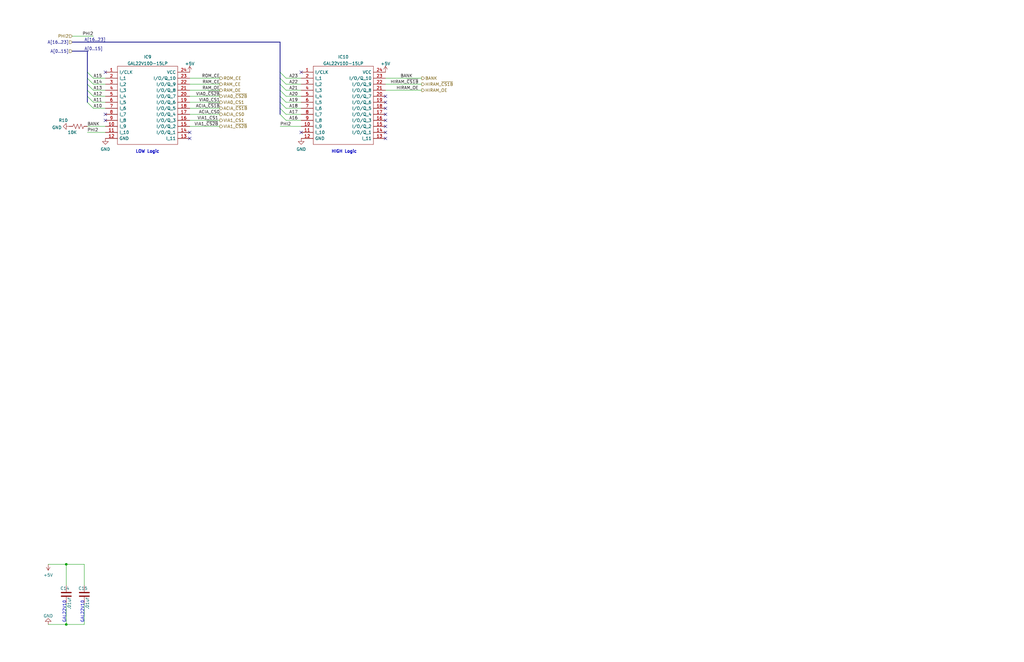
<source format=kicad_sch>
(kicad_sch (version 20211123) (generator eeschema)

  (uuid a05043c2-f08e-413a-b628-8615d105d44e)

  (paper "USLedger")

  (title_block
    (title "NS65816 Address Decoding")
    (date "2022-02-09")
    (rev "0.0")
    (comment 2 "Licensed under CERN-OHL-W v2")
    (comment 3 "https://github.com/Chef-Tom/NS65816")
    (comment 4 "Thomas Mottl")
  )

  (lib_symbols
    (symbol "Device:C" (pin_numbers hide) (pin_names (offset 0.254)) (in_bom yes) (on_board yes)
      (property "Reference" "C" (id 0) (at 0.635 2.54 0)
        (effects (font (size 1.27 1.27)) (justify left))
      )
      (property "Value" "C" (id 1) (at 0.635 -2.54 0)
        (effects (font (size 1.27 1.27)) (justify left))
      )
      (property "Footprint" "" (id 2) (at 0.9652 -3.81 0)
        (effects (font (size 1.27 1.27)) hide)
      )
      (property "Datasheet" "~" (id 3) (at 0 0 0)
        (effects (font (size 1.27 1.27)) hide)
      )
      (property "ki_keywords" "cap capacitor" (id 4) (at 0 0 0)
        (effects (font (size 1.27 1.27)) hide)
      )
      (property "ki_description" "Unpolarized capacitor" (id 5) (at 0 0 0)
        (effects (font (size 1.27 1.27)) hide)
      )
      (property "ki_fp_filters" "C_*" (id 6) (at 0 0 0)
        (effects (font (size 1.27 1.27)) hide)
      )
      (symbol "C_0_1"
        (polyline
          (pts
            (xy -2.032 -0.762)
            (xy 2.032 -0.762)
          )
          (stroke (width 0.508) (type default) (color 0 0 0 0))
          (fill (type none))
        )
        (polyline
          (pts
            (xy -2.032 0.762)
            (xy 2.032 0.762)
          )
          (stroke (width 0.508) (type default) (color 0 0 0 0))
          (fill (type none))
        )
      )
      (symbol "C_1_1"
        (pin passive line (at 0 3.81 270) (length 2.794)
          (name "~" (effects (font (size 1.27 1.27))))
          (number "1" (effects (font (size 1.27 1.27))))
        )
        (pin passive line (at 0 -3.81 90) (length 2.794)
          (name "~" (effects (font (size 1.27 1.27))))
          (number "2" (effects (font (size 1.27 1.27))))
        )
      )
    )
    (symbol "Device:R_US" (pin_numbers hide) (pin_names (offset 0)) (in_bom yes) (on_board yes)
      (property "Reference" "R" (id 0) (at 2.54 0 90)
        (effects (font (size 1.27 1.27)))
      )
      (property "Value" "R_US" (id 1) (at -2.54 0 90)
        (effects (font (size 1.27 1.27)))
      )
      (property "Footprint" "" (id 2) (at 1.016 -0.254 90)
        (effects (font (size 1.27 1.27)) hide)
      )
      (property "Datasheet" "~" (id 3) (at 0 0 0)
        (effects (font (size 1.27 1.27)) hide)
      )
      (property "ki_keywords" "R res resistor" (id 4) (at 0 0 0)
        (effects (font (size 1.27 1.27)) hide)
      )
      (property "ki_description" "Resistor, US symbol" (id 5) (at 0 0 0)
        (effects (font (size 1.27 1.27)) hide)
      )
      (property "ki_fp_filters" "R_*" (id 6) (at 0 0 0)
        (effects (font (size 1.27 1.27)) hide)
      )
      (symbol "R_US_0_1"
        (polyline
          (pts
            (xy 0 -2.286)
            (xy 0 -2.54)
          )
          (stroke (width 0) (type default) (color 0 0 0 0))
          (fill (type none))
        )
        (polyline
          (pts
            (xy 0 2.286)
            (xy 0 2.54)
          )
          (stroke (width 0) (type default) (color 0 0 0 0))
          (fill (type none))
        )
        (polyline
          (pts
            (xy 0 -0.762)
            (xy 1.016 -1.143)
            (xy 0 -1.524)
            (xy -1.016 -1.905)
            (xy 0 -2.286)
          )
          (stroke (width 0) (type default) (color 0 0 0 0))
          (fill (type none))
        )
        (polyline
          (pts
            (xy 0 0.762)
            (xy 1.016 0.381)
            (xy 0 0)
            (xy -1.016 -0.381)
            (xy 0 -0.762)
          )
          (stroke (width 0) (type default) (color 0 0 0 0))
          (fill (type none))
        )
        (polyline
          (pts
            (xy 0 2.286)
            (xy 1.016 1.905)
            (xy 0 1.524)
            (xy -1.016 1.143)
            (xy 0 0.762)
          )
          (stroke (width 0) (type default) (color 0 0 0 0))
          (fill (type none))
        )
      )
      (symbol "R_US_1_1"
        (pin passive line (at 0 3.81 270) (length 1.27)
          (name "~" (effects (font (size 1.27 1.27))))
          (number "1" (effects (font (size 1.27 1.27))))
        )
        (pin passive line (at 0 -3.81 90) (length 1.27)
          (name "~" (effects (font (size 1.27 1.27))))
          (number "2" (effects (font (size 1.27 1.27))))
        )
      )
    )
    (symbol "SamacSys_Parts:GAL22V10D-15LP" (pin_names (offset 0.762)) (in_bom yes) (on_board yes)
      (property "Reference" "IC" (id 0) (at 31.75 7.62 0)
        (effects (font (size 1.27 1.27)) (justify left))
      )
      (property "Value" "GAL22V10D-15LP" (id 1) (at 31.75 5.08 0)
        (effects (font (size 1.27 1.27)) (justify left))
      )
      (property "Footprint" "DIP794W56P254L3188H533Q24N" (id 2) (at 31.75 2.54 0)
        (effects (font (size 1.27 1.27)) (justify left) hide)
      )
      (property "Datasheet" "https://docs.rs-online.com/117e/0900766b80111a4e.pdf" (id 3) (at 31.75 0 0)
        (effects (font (size 1.27 1.27)) (justify left) hide)
      )
      (property "Description" "IC CPLD 10MC 15NS 24DIP" (id 4) (at 31.75 -2.54 0)
        (effects (font (size 1.27 1.27)) (justify left) hide)
      )
      (property "Height" "5.334" (id 5) (at 31.75 -5.08 0)
        (effects (font (size 1.27 1.27)) (justify left) hide)
      )
      (property "Manufacturer_Name" "Lattice Semiconductor" (id 6) (at 31.75 -7.62 0)
        (effects (font (size 1.27 1.27)) (justify left) hide)
      )
      (property "Manufacturer_Part_Number" "GAL22V10D-15LP" (id 7) (at 31.75 -10.16 0)
        (effects (font (size 1.27 1.27)) (justify left) hide)
      )
      (property "Mouser Part Number" "842-GAL22V10D15LP" (id 8) (at 31.75 -12.7 0)
        (effects (font (size 1.27 1.27)) (justify left) hide)
      )
      (property "Mouser Price/Stock" "https://www.mouser.co.uk/ProductDetail/Lattice/GAL22V10D-15LP?qs=Cw7xg%2FZsW8lzR%252B5XUBhuHA%3D%3D" (id 9) (at 31.75 -15.24 0)
        (effects (font (size 1.27 1.27)) (justify left) hide)
      )
      (property "Arrow Part Number" "" (id 10) (at 31.75 -17.78 0)
        (effects (font (size 1.27 1.27)) (justify left) hide)
      )
      (property "Arrow Price/Stock" "" (id 11) (at 31.75 -20.32 0)
        (effects (font (size 1.27 1.27)) (justify left) hide)
      )
      (property "ki_description" "IC CPLD 10MC 15NS 24DIP" (id 12) (at 0 0 0)
        (effects (font (size 1.27 1.27)) hide)
      )
      (symbol "GAL22V10D-15LP_0_0"
        (pin passive line (at 0 0 0) (length 5.08)
          (name "I/CLK" (effects (font (size 1.27 1.27))))
          (number "1" (effects (font (size 1.27 1.27))))
        )
        (pin passive line (at 0 -22.86 0) (length 5.08)
          (name "I_9" (effects (font (size 1.27 1.27))))
          (number "10" (effects (font (size 1.27 1.27))))
        )
        (pin passive line (at 0 -25.4 0) (length 5.08)
          (name "I_10" (effects (font (size 1.27 1.27))))
          (number "11" (effects (font (size 1.27 1.27))))
        )
        (pin passive line (at 0 -27.94 0) (length 5.08)
          (name "GND" (effects (font (size 1.27 1.27))))
          (number "12" (effects (font (size 1.27 1.27))))
        )
        (pin passive line (at 35.56 -27.94 180) (length 5.08)
          (name "I_11" (effects (font (size 1.27 1.27))))
          (number "13" (effects (font (size 1.27 1.27))))
        )
        (pin passive line (at 35.56 -25.4 180) (length 5.08)
          (name "I/O/Q_1" (effects (font (size 1.27 1.27))))
          (number "14" (effects (font (size 1.27 1.27))))
        )
        (pin passive line (at 35.56 -22.86 180) (length 5.08)
          (name "I/O/Q_2" (effects (font (size 1.27 1.27))))
          (number "15" (effects (font (size 1.27 1.27))))
        )
        (pin passive line (at 35.56 -20.32 180) (length 5.08)
          (name "I/O/Q_3" (effects (font (size 1.27 1.27))))
          (number "16" (effects (font (size 1.27 1.27))))
        )
        (pin passive line (at 35.56 -17.78 180) (length 5.08)
          (name "I/O/Q_4" (effects (font (size 1.27 1.27))))
          (number "17" (effects (font (size 1.27 1.27))))
        )
        (pin passive line (at 35.56 -15.24 180) (length 5.08)
          (name "I/O/Q_5" (effects (font (size 1.27 1.27))))
          (number "18" (effects (font (size 1.27 1.27))))
        )
        (pin passive line (at 35.56 -12.7 180) (length 5.08)
          (name "I/O/Q_6" (effects (font (size 1.27 1.27))))
          (number "19" (effects (font (size 1.27 1.27))))
        )
        (pin passive line (at 0 -2.54 0) (length 5.08)
          (name "I_1" (effects (font (size 1.27 1.27))))
          (number "2" (effects (font (size 1.27 1.27))))
        )
        (pin passive line (at 35.56 -10.16 180) (length 5.08)
          (name "I/O/Q_7" (effects (font (size 1.27 1.27))))
          (number "20" (effects (font (size 1.27 1.27))))
        )
        (pin passive line (at 35.56 -7.62 180) (length 5.08)
          (name "I/O/Q_8" (effects (font (size 1.27 1.27))))
          (number "21" (effects (font (size 1.27 1.27))))
        )
        (pin passive line (at 35.56 -5.08 180) (length 5.08)
          (name "I/O/Q_9" (effects (font (size 1.27 1.27))))
          (number "22" (effects (font (size 1.27 1.27))))
        )
        (pin passive line (at 35.56 -2.54 180) (length 5.08)
          (name "I/O/Q_10" (effects (font (size 1.27 1.27))))
          (number "23" (effects (font (size 1.27 1.27))))
        )
        (pin passive line (at 35.56 0 180) (length 5.08)
          (name "VCC" (effects (font (size 1.27 1.27))))
          (number "24" (effects (font (size 1.27 1.27))))
        )
        (pin passive line (at 0 -5.08 0) (length 5.08)
          (name "I_2" (effects (font (size 1.27 1.27))))
          (number "3" (effects (font (size 1.27 1.27))))
        )
        (pin passive line (at 0 -7.62 0) (length 5.08)
          (name "I_3" (effects (font (size 1.27 1.27))))
          (number "4" (effects (font (size 1.27 1.27))))
        )
        (pin passive line (at 0 -10.16 0) (length 5.08)
          (name "I_4" (effects (font (size 1.27 1.27))))
          (number "5" (effects (font (size 1.27 1.27))))
        )
        (pin passive line (at 0 -12.7 0) (length 5.08)
          (name "I_5" (effects (font (size 1.27 1.27))))
          (number "6" (effects (font (size 1.27 1.27))))
        )
        (pin passive line (at 0 -15.24 0) (length 5.08)
          (name "I_6" (effects (font (size 1.27 1.27))))
          (number "7" (effects (font (size 1.27 1.27))))
        )
        (pin passive line (at 0 -17.78 0) (length 5.08)
          (name "I_7" (effects (font (size 1.27 1.27))))
          (number "8" (effects (font (size 1.27 1.27))))
        )
        (pin passive line (at 0 -20.32 0) (length 5.08)
          (name "I_8" (effects (font (size 1.27 1.27))))
          (number "9" (effects (font (size 1.27 1.27))))
        )
      )
      (symbol "GAL22V10D-15LP_0_1"
        (polyline
          (pts
            (xy 5.08 2.54)
            (xy 30.48 2.54)
            (xy 30.48 -30.48)
            (xy 5.08 -30.48)
            (xy 5.08 2.54)
          )
          (stroke (width 0.1524) (type default) (color 0 0 0 0))
          (fill (type none))
        )
      )
    )
    (symbol "power:+5V" (power) (pin_names (offset 0)) (in_bom yes) (on_board yes)
      (property "Reference" "#PWR" (id 0) (at 0 -3.81 0)
        (effects (font (size 1.27 1.27)) hide)
      )
      (property "Value" "+5V" (id 1) (at 0 3.556 0)
        (effects (font (size 1.27 1.27)))
      )
      (property "Footprint" "" (id 2) (at 0 0 0)
        (effects (font (size 1.27 1.27)) hide)
      )
      (property "Datasheet" "" (id 3) (at 0 0 0)
        (effects (font (size 1.27 1.27)) hide)
      )
      (property "ki_keywords" "power-flag" (id 4) (at 0 0 0)
        (effects (font (size 1.27 1.27)) hide)
      )
      (property "ki_description" "Power symbol creates a global label with name \"+5V\"" (id 5) (at 0 0 0)
        (effects (font (size 1.27 1.27)) hide)
      )
      (symbol "+5V_0_1"
        (polyline
          (pts
            (xy -0.762 1.27)
            (xy 0 2.54)
          )
          (stroke (width 0) (type default) (color 0 0 0 0))
          (fill (type none))
        )
        (polyline
          (pts
            (xy 0 0)
            (xy 0 2.54)
          )
          (stroke (width 0) (type default) (color 0 0 0 0))
          (fill (type none))
        )
        (polyline
          (pts
            (xy 0 2.54)
            (xy 0.762 1.27)
          )
          (stroke (width 0) (type default) (color 0 0 0 0))
          (fill (type none))
        )
      )
      (symbol "+5V_1_1"
        (pin power_in line (at 0 0 90) (length 0) hide
          (name "+5V" (effects (font (size 1.27 1.27))))
          (number "1" (effects (font (size 1.27 1.27))))
        )
      )
    )
    (symbol "power:GND" (power) (pin_names (offset 0)) (in_bom yes) (on_board yes)
      (property "Reference" "#PWR" (id 0) (at 0 -6.35 0)
        (effects (font (size 1.27 1.27)) hide)
      )
      (property "Value" "GND" (id 1) (at 0 -3.81 0)
        (effects (font (size 1.27 1.27)))
      )
      (property "Footprint" "" (id 2) (at 0 0 0)
        (effects (font (size 1.27 1.27)) hide)
      )
      (property "Datasheet" "" (id 3) (at 0 0 0)
        (effects (font (size 1.27 1.27)) hide)
      )
      (property "ki_keywords" "power-flag" (id 4) (at 0 0 0)
        (effects (font (size 1.27 1.27)) hide)
      )
      (property "ki_description" "Power symbol creates a global label with name \"GND\" , ground" (id 5) (at 0 0 0)
        (effects (font (size 1.27 1.27)) hide)
      )
      (symbol "GND_0_1"
        (polyline
          (pts
            (xy 0 0)
            (xy 0 -1.27)
            (xy 1.27 -1.27)
            (xy 0 -2.54)
            (xy -1.27 -1.27)
            (xy 0 -1.27)
          )
          (stroke (width 0) (type default) (color 0 0 0 0))
          (fill (type none))
        )
      )
      (symbol "GND_1_1"
        (pin power_in line (at 0 0 270) (length 0) hide
          (name "GND" (effects (font (size 1.27 1.27))))
          (number "1" (effects (font (size 1.27 1.27))))
        )
      )
    )
  )

  (junction (at 27.94 238.125) (diameter 0) (color 0 0 0 0)
    (uuid 46cf0f88-84cf-42c8-8a35-8935da7ef928)
  )
  (junction (at 27.94 263.525) (diameter 0) (color 0 0 0 0)
    (uuid ace35ac2-3642-403a-9501-d2e7ebf2d13c)
  )

  (no_connect (at 127 30.48) (uuid 093a4b0a-45ea-45fa-a021-804f9d08b088))
  (no_connect (at 127 55.88) (uuid 5ad0a114-213d-4d56-901d-fea303ccdf5b))
  (no_connect (at 80.01 58.42) (uuid 5ad0a114-213d-4d56-901d-fea303ccdf5b))
  (no_connect (at 80.01 55.88) (uuid 5ad0a114-213d-4d56-901d-fea303ccdf5b))
  (no_connect (at 44.45 50.8) (uuid 5ad0a114-213d-4d56-901d-fea303ccdf5b))
  (no_connect (at 44.45 48.26) (uuid 5ad0a114-213d-4d56-901d-fea303ccdf5b))
  (no_connect (at 162.56 48.26) (uuid 5ad0a114-213d-4d56-901d-fea303ccdf5b))
  (no_connect (at 162.56 45.72) (uuid 5ad0a114-213d-4d56-901d-fea303ccdf5b))
  (no_connect (at 162.56 43.18) (uuid 5ad0a114-213d-4d56-901d-fea303ccdf5b))
  (no_connect (at 162.56 40.64) (uuid 5ad0a114-213d-4d56-901d-fea303ccdf5b))
  (no_connect (at 162.56 53.34) (uuid 5ad0a114-213d-4d56-901d-fea303ccdf5b))
  (no_connect (at 162.56 50.8) (uuid 5ad0a114-213d-4d56-901d-fea303ccdf5b))
  (no_connect (at 162.56 55.88) (uuid 5ad0a114-213d-4d56-901d-fea303ccdf5b))
  (no_connect (at 162.56 58.42) (uuid 5ad0a114-213d-4d56-901d-fea303ccdf5b))
  (no_connect (at 44.45 30.48) (uuid fd1af37e-d93c-48b0-8fef-5e15a7fae889))

  (bus_entry (at 36.83 40.64) (size 2.54 2.54)
    (stroke (width 0) (type default) (color 0 0 0 0))
    (uuid 024dd385-54ae-4414-8710-a7f61bdc41a8)
  )
  (bus_entry (at 36.83 35.56) (size 2.54 2.54)
    (stroke (width 0) (type default) (color 0 0 0 0))
    (uuid 26f76d03-f650-4100-bc69-30e3b1ddef5d)
  )
  (bus_entry (at 118.11 38.1) (size 2.54 2.54)
    (stroke (width 0) (type default) (color 0 0 0 0))
    (uuid 4584f87b-4d75-4005-9436-e63710a728b0)
  )
  (bus_entry (at 118.11 43.18) (size 2.54 2.54)
    (stroke (width 0) (type default) (color 0 0 0 0))
    (uuid 6bd04766-7f69-4f90-8e53-f340464446a5)
  )
  (bus_entry (at 118.11 48.26) (size 2.54 2.54)
    (stroke (width 0) (type default) (color 0 0 0 0))
    (uuid 70a1efc9-e9f0-4f11-87c5-5f5ec36b81d7)
  )
  (bus_entry (at 118.11 30.48) (size 2.54 2.54)
    (stroke (width 0) (type default) (color 0 0 0 0))
    (uuid 79c32055-0409-4218-aa4e-c578424cd3af)
  )
  (bus_entry (at 36.83 43.18) (size 2.54 2.54)
    (stroke (width 0) (type default) (color 0 0 0 0))
    (uuid 7faf66b4-8d24-40ee-bb4d-96ce3e863d24)
  )
  (bus_entry (at 36.83 38.1) (size 2.54 2.54)
    (stroke (width 0) (type default) (color 0 0 0 0))
    (uuid 8aa685f2-e19d-4ce2-bf9e-1ed805a667ca)
  )
  (bus_entry (at 36.83 30.48) (size 2.54 2.54)
    (stroke (width 0) (type default) (color 0 0 0 0))
    (uuid 8b445a1f-5d54-4990-b903-88f7a7ae13e1)
  )
  (bus_entry (at 118.11 33.02) (size 2.54 2.54)
    (stroke (width 0) (type default) (color 0 0 0 0))
    (uuid 9e9068f0-843d-4f02-8e52-b8ded6207751)
  )
  (bus_entry (at 118.11 35.56) (size 2.54 2.54)
    (stroke (width 0) (type default) (color 0 0 0 0))
    (uuid d389efe5-6552-42c5-b0a8-40420be1176f)
  )
  (bus_entry (at 118.11 40.64) (size 2.54 2.54)
    (stroke (width 0) (type default) (color 0 0 0 0))
    (uuid e34a4a4a-b635-4bb6-aade-1274ba2fc6f7)
  )
  (bus_entry (at 36.83 33.02) (size 2.54 2.54)
    (stroke (width 0) (type default) (color 0 0 0 0))
    (uuid edfd6920-0334-45f9-8ca9-34b1e42f1bbc)
  )
  (bus_entry (at 118.11 45.72) (size 2.54 2.54)
    (stroke (width 0) (type default) (color 0 0 0 0))
    (uuid f93ea9c4-98b3-476e-a24a-952f694f7e68)
  )

  (wire (pts (xy 36.83 53.34) (xy 44.45 53.34))
    (stroke (width 0) (type default) (color 0 0 0 0))
    (uuid 0624789f-2553-48f7-b744-e507d25e4a30)
  )
  (wire (pts (xy 35.56 254.635) (xy 35.56 263.525))
    (stroke (width 0) (type default) (color 0 0 0 0))
    (uuid 0f9e8f84-188d-4dff-b609-bf9345fd5fc5)
  )
  (wire (pts (xy 39.37 33.02) (xy 44.45 33.02))
    (stroke (width 0) (type default) (color 0 0 0 0))
    (uuid 1950ac46-de45-458a-88b1-43f827542896)
  )
  (wire (pts (xy 35.56 238.125) (xy 35.56 247.015))
    (stroke (width 0) (type default) (color 0 0 0 0))
    (uuid 1c374bb5-d197-4e08-893b-15a9baec861e)
  )
  (wire (pts (xy 127 53.34) (xy 118.11 53.34))
    (stroke (width 0) (type default) (color 0 0 0 0))
    (uuid 1c8595fc-fad2-4b75-a1b9-56e3be905056)
  )
  (bus (pts (xy 36.83 21.59) (xy 36.83 30.48))
    (stroke (width 0) (type default) (color 0 0 0 0))
    (uuid 1c9a327d-47e4-406d-8f58-36f54c82b388)
  )
  (bus (pts (xy 118.11 43.18) (xy 118.11 45.72))
    (stroke (width 0) (type default) (color 0 0 0 0))
    (uuid 23cf010f-f71b-405a-bd25-a242ead9a942)
  )

  (wire (pts (xy 120.65 43.18) (xy 127 43.18))
    (stroke (width 0) (type default) (color 0 0 0 0))
    (uuid 2b0738ad-0b21-41ed-92d6-f9ed6c0a04d1)
  )
  (wire (pts (xy 80.01 35.56) (xy 92.71 35.56))
    (stroke (width 0) (type default) (color 0 0 0 0))
    (uuid 34e6637e-7c70-4adf-bdcc-207f808ae618)
  )
  (bus (pts (xy 118.11 17.78) (xy 118.11 30.48))
    (stroke (width 0) (type default) (color 0 0 0 0))
    (uuid 3a04e797-b8bc-461b-b211-d3fe79f0d030)
  )
  (bus (pts (xy 36.83 40.64) (xy 36.83 43.18))
    (stroke (width 0) (type default) (color 0 0 0 0))
    (uuid 3ebb80dd-bfbe-411d-8f8d-7acf7aa14647)
  )
  (bus (pts (xy 118.11 33.02) (xy 118.11 35.56))
    (stroke (width 0) (type default) (color 0 0 0 0))
    (uuid 3f71b478-4158-4e96-87fd-23cf01f35b36)
  )

  (wire (pts (xy 20.32 238.125) (xy 27.94 238.125))
    (stroke (width 0) (type default) (color 0 0 0 0))
    (uuid 42e4fc9b-fc84-49c4-a5b7-6fea4d025910)
  )
  (bus (pts (xy 118.11 17.78) (xy 30.48 17.78))
    (stroke (width 0) (type default) (color 0 0 0 0))
    (uuid 4307df6e-c6ac-404c-8b49-79bcdf044bb4)
  )
  (bus (pts (xy 118.11 40.64) (xy 118.11 43.18))
    (stroke (width 0) (type default) (color 0 0 0 0))
    (uuid 49ef1ed5-e6e9-4db2-87a3-bf688f058b62)
  )

  (wire (pts (xy 80.01 33.02) (xy 92.71 33.02))
    (stroke (width 0) (type default) (color 0 0 0 0))
    (uuid 4b05ce14-509b-4384-8e8f-8caec1da4a11)
  )
  (bus (pts (xy 30.48 21.59) (xy 36.83 21.59))
    (stroke (width 0) (type default) (color 0 0 0 0))
    (uuid 53c93934-7ab4-4c11-bed1-9242f5dab57e)
  )
  (bus (pts (xy 36.83 38.1) (xy 36.83 40.64))
    (stroke (width 0) (type default) (color 0 0 0 0))
    (uuid 53ce505c-06be-4818-b303-54c76b1f4e65)
  )

  (wire (pts (xy 80.01 40.64) (xy 92.71 40.64))
    (stroke (width 0) (type default) (color 0 0 0 0))
    (uuid 560cff4f-8571-4e34-9b23-5b3724fe83ae)
  )
  (wire (pts (xy 120.65 33.02) (xy 127 33.02))
    (stroke (width 0) (type default) (color 0 0 0 0))
    (uuid 5db8fa79-a555-43a7-8059-2026d78d2935)
  )
  (wire (pts (xy 27.94 263.525) (xy 20.32 263.525))
    (stroke (width 0) (type default) (color 0 0 0 0))
    (uuid 5e540311-ec78-47da-b6eb-817e96135225)
  )
  (bus (pts (xy 118.11 35.56) (xy 118.11 38.1))
    (stroke (width 0) (type default) (color 0 0 0 0))
    (uuid 60135746-06cf-409f-91a6-3981bff3bbcf)
  )

  (wire (pts (xy 80.01 38.1) (xy 92.71 38.1))
    (stroke (width 0) (type default) (color 0 0 0 0))
    (uuid 629123dd-060e-4b96-89b0-306bb15f6c0a)
  )
  (wire (pts (xy 39.37 40.64) (xy 44.45 40.64))
    (stroke (width 0) (type default) (color 0 0 0 0))
    (uuid 697ffeb1-3334-4bf3-8e5a-a2ca05c7ca7f)
  )
  (bus (pts (xy 118.11 38.1) (xy 118.11 40.64))
    (stroke (width 0) (type default) (color 0 0 0 0))
    (uuid 6c61e3ec-fe8a-4c92-9f6e-1795020f039c)
  )
  (bus (pts (xy 118.11 45.72) (xy 118.11 48.26))
    (stroke (width 0) (type default) (color 0 0 0 0))
    (uuid 6fafe83b-9b4e-4201-a721-5e5ab71f4a39)
  )

  (wire (pts (xy 39.37 43.18) (xy 44.45 43.18))
    (stroke (width 0) (type default) (color 0 0 0 0))
    (uuid 70321d94-f0de-4041-a808-6e15cde6b632)
  )
  (wire (pts (xy 39.37 38.1) (xy 44.45 38.1))
    (stroke (width 0) (type default) (color 0 0 0 0))
    (uuid 74f6623c-eeff-4793-88c5-465f8fe720d5)
  )
  (wire (pts (xy 80.01 45.72) (xy 92.71 45.72))
    (stroke (width 0) (type default) (color 0 0 0 0))
    (uuid 7768ed4d-b186-4a0a-8986-d5766c654342)
  )
  (bus (pts (xy 36.83 35.56) (xy 36.83 38.1))
    (stroke (width 0) (type default) (color 0 0 0 0))
    (uuid 834ad862-3594-4c94-9991-e90406325403)
  )

  (wire (pts (xy 80.01 48.26) (xy 92.71 48.26))
    (stroke (width 0) (type default) (color 0 0 0 0))
    (uuid 89a5b39c-1b75-4bec-8460-0f5ff2fc5a0c)
  )
  (wire (pts (xy 39.37 45.72) (xy 44.45 45.72))
    (stroke (width 0) (type default) (color 0 0 0 0))
    (uuid 8c70aa27-5a83-4360-8322-943cfc7b3e55)
  )
  (wire (pts (xy 39.37 35.56) (xy 44.45 35.56))
    (stroke (width 0) (type default) (color 0 0 0 0))
    (uuid 94419e87-1eff-472b-a41a-ac47c5309012)
  )
  (wire (pts (xy 35.56 263.525) (xy 27.94 263.525))
    (stroke (width 0) (type default) (color 0 0 0 0))
    (uuid 9562bd6d-293b-4f3d-bf4e-da65148e34e9)
  )
  (wire (pts (xy 120.65 38.1) (xy 127 38.1))
    (stroke (width 0) (type default) (color 0 0 0 0))
    (uuid 9bd10adb-b588-4ca5-9db1-4a7d9423c96d)
  )
  (wire (pts (xy 120.65 45.72) (xy 127 45.72))
    (stroke (width 0) (type default) (color 0 0 0 0))
    (uuid a5457678-fa1a-49e8-af61-73da02f9d8e2)
  )
  (bus (pts (xy 118.11 30.48) (xy 118.11 33.02))
    (stroke (width 0) (type default) (color 0 0 0 0))
    (uuid aab6dc6a-cd8d-471a-a6a9-ba77e8ad12d5)
  )

  (wire (pts (xy 120.65 40.64) (xy 127 40.64))
    (stroke (width 0) (type default) (color 0 0 0 0))
    (uuid abe033e0-fa9e-4daf-9229-375a9b086323)
  )
  (wire (pts (xy 120.65 35.56) (xy 127 35.56))
    (stroke (width 0) (type default) (color 0 0 0 0))
    (uuid b278b5d7-40f9-4182-950b-8e67ca524ed9)
  )
  (wire (pts (xy 80.01 50.8) (xy 92.71 50.8))
    (stroke (width 0) (type default) (color 0 0 0 0))
    (uuid b303d07d-906c-4139-8d48-ff14c8b325c2)
  )
  (wire (pts (xy 120.65 48.26) (xy 127 48.26))
    (stroke (width 0) (type default) (color 0 0 0 0))
    (uuid b5acd94d-3643-4345-ab55-31fe681a0867)
  )
  (wire (pts (xy 80.01 43.18) (xy 92.71 43.18))
    (stroke (width 0) (type default) (color 0 0 0 0))
    (uuid bbc38a24-078f-401e-9a0a-6b152a7a429b)
  )
  (wire (pts (xy 162.56 38.1) (xy 177.8 38.1))
    (stroke (width 0) (type default) (color 0 0 0 0))
    (uuid bcaa0227-0c31-4b7c-8e3b-2e978a0489de)
  )
  (bus (pts (xy 36.83 30.48) (xy 36.83 33.02))
    (stroke (width 0) (type default) (color 0 0 0 0))
    (uuid bf4981ac-b11a-414c-8f99-c3bf801c987c)
  )

  (wire (pts (xy 27.94 254.635) (xy 27.94 263.525))
    (stroke (width 0) (type default) (color 0 0 0 0))
    (uuid c766b474-d8b3-49ad-b20d-a8f0818ccb7e)
  )
  (wire (pts (xy 36.83 55.88) (xy 44.45 55.88))
    (stroke (width 0) (type default) (color 0 0 0 0))
    (uuid c7e27ea7-eef4-4640-a778-0f2d88124f24)
  )
  (wire (pts (xy 162.56 35.56) (xy 177.8 35.56))
    (stroke (width 0) (type default) (color 0 0 0 0))
    (uuid d53e63a6-8814-417d-a1f8-ff45cd75f432)
  )
  (wire (pts (xy 27.94 238.125) (xy 35.56 238.125))
    (stroke (width 0) (type default) (color 0 0 0 0))
    (uuid dbfe2923-8b38-436f-b12e-62e02122e8cd)
  )
  (wire (pts (xy 162.56 33.02) (xy 177.8 33.02))
    (stroke (width 0) (type default) (color 0 0 0 0))
    (uuid df98306f-1c09-4c28-b388-f67f720307d5)
  )
  (wire (pts (xy 80.01 53.34) (xy 92.71 53.34))
    (stroke (width 0) (type default) (color 0 0 0 0))
    (uuid e3e1783e-cb10-44cf-a7d8-2abc5ddb645c)
  )
  (wire (pts (xy 30.48 15.24) (xy 39.37 15.24))
    (stroke (width 0) (type default) (color 0 0 0 0))
    (uuid eb87aef4-0178-472d-81f7-71dc51b32c86)
  )
  (bus (pts (xy 36.83 33.02) (xy 36.83 35.56))
    (stroke (width 0) (type default) (color 0 0 0 0))
    (uuid ef0a89b1-06dc-4dfd-83a7-5a472de66d8b)
  )

  (wire (pts (xy 120.65 50.8) (xy 127 50.8))
    (stroke (width 0) (type default) (color 0 0 0 0))
    (uuid fb50b897-b657-4055-9772-d916c52528f9)
  )
  (wire (pts (xy 27.94 238.125) (xy 27.94 247.015))
    (stroke (width 0) (type default) (color 0 0 0 0))
    (uuid fddb300a-e700-4ccf-85af-2f3af0f4abf4)
  )

  (text "GAL22V10" (at 35.56 253.365 270)
    (effects (font (size 1.27 1.27)) (justify right bottom))
    (uuid 374213c5-4adc-47df-8f84-f916b60f523d)
  )
  (text "LOW Logic" (at 57.15 64.77 0)
    (effects (font (size 1.27 1.27) bold) (justify left bottom))
    (uuid 5642997c-4bf9-46d9-9da6-4a92707fd087)
  )
  (text "GAL22V10" (at 27.94 253.365 270)
    (effects (font (size 1.27 1.27)) (justify right bottom))
    (uuid a48389f1-1f23-447f-a756-692dee40f4cc)
  )
  (text "HIGH Logic" (at 139.7 64.77 0)
    (effects (font (size 1.27 1.27) bold) (justify left bottom))
    (uuid fea3a2ba-0f2f-454b-b015-155da46e5f47)
  )

  (label "HIRAM_OE" (at 176.53 38.1 180)
    (effects (font (size 1.27 1.27)) (justify right bottom))
    (uuid 03eaf2cd-f3ba-453e-937d-25cfe56d4fba)
  )
  (label "VIA0_~{CS2B}" (at 92.71 40.64 180)
    (effects (font (size 1.27 1.27)) (justify right bottom))
    (uuid 0bf03249-3e12-4e63-a2ca-8c4b81dfb752)
  )
  (label "A[0..15]" (at 35.56 21.59 0)
    (effects (font (size 1.27 1.27)) (justify left bottom))
    (uuid 1671ae89-e203-4d74-971d-a8161de19406)
  )
  (label "A18" (at 121.92 45.72 0)
    (effects (font (size 1.27 1.27)) (justify left bottom))
    (uuid 2fb0859d-18b0-414d-a927-a9f387049750)
  )
  (label "A14" (at 39.37 35.56 0)
    (effects (font (size 1.27 1.27)) (justify left bottom))
    (uuid 3c7ee5fa-633d-4c77-a39c-29e5b0664be5)
  )
  (label "A[16..23]" (at 35.56 17.78 0)
    (effects (font (size 1.27 1.27)) (justify left bottom))
    (uuid 3cfd3947-2e45-4ec3-b8d3-5d7ada5e4a69)
  )
  (label "VIA1_~{CS2B}" (at 92.075 53.34 180)
    (effects (font (size 1.27 1.27)) (justify right bottom))
    (uuid 3e99199f-9eab-40fe-a1ed-e747ec2bbb95)
  )
  (label "A19" (at 121.92 43.18 0)
    (effects (font (size 1.27 1.27)) (justify left bottom))
    (uuid 4168c905-16ef-45b8-a6b6-d598ba7a4eae)
  )
  (label "BANK" (at 36.83 53.34 0)
    (effects (font (size 1.27 1.27)) (justify left bottom))
    (uuid 56f07b45-92e0-4f2e-9055-268093836978)
  )
  (label "A13" (at 39.37 38.1 0)
    (effects (font (size 1.27 1.27)) (justify left bottom))
    (uuid 66d17a09-e143-47aa-9dbf-9949be030d75)
  )
  (label "ACIA_CS0" (at 92.71 48.26 180)
    (effects (font (size 1.27 1.27)) (justify right bottom))
    (uuid 6930303a-74c9-4556-a980-bbb4cb810cf5)
  )
  (label "PHI2" (at 36.83 55.88 0)
    (effects (font (size 1.27 1.27)) (justify left bottom))
    (uuid 6d426dbd-6581-4257-b839-251a6a180174)
  )
  (label "VIA0_CS1" (at 92.71 43.18 180)
    (effects (font (size 1.27 1.27)) (justify right bottom))
    (uuid 6e1bf3bd-4f8f-420d-ae6e-f9f66b8c0f41)
  )
  (label "RAM_OE" (at 92.71 38.1 180)
    (effects (font (size 1.27 1.27)) (justify right bottom))
    (uuid 774b220b-17ab-40ac-8f1d-5417aa1dbc54)
  )
  (label "ROM_CE" (at 92.71 33.02 180)
    (effects (font (size 1.27 1.27)) (justify right bottom))
    (uuid 7f876eb6-a3b6-4ff3-a385-b4ff4f49553f)
  )
  (label "A22" (at 121.92 35.56 0)
    (effects (font (size 1.27 1.27)) (justify left bottom))
    (uuid 89a31ca1-623b-4e80-a39b-8f757a1c7252)
  )
  (label "A16" (at 121.92 50.8 0)
    (effects (font (size 1.27 1.27)) (justify left bottom))
    (uuid 9293fd49-f662-469e-8a7a-6e7e0ae83e84)
  )
  (label "ACIA_~{CS1B}" (at 92.71 45.72 180)
    (effects (font (size 1.27 1.27)) (justify right bottom))
    (uuid 96cfd14c-be9c-4da6-8767-aba3a5921371)
  )
  (label "HIRAM_~{CS1B}" (at 176.53 35.56 180)
    (effects (font (size 1.27 1.27)) (justify right bottom))
    (uuid 9eb06c7f-a8c9-4701-8c0c-c71170c0540f)
  )
  (label "VIA1_CS1" (at 92.075 50.8 180)
    (effects (font (size 1.27 1.27)) (justify right bottom))
    (uuid a53cf081-ae93-4b8a-88f4-39d2cbe02228)
  )
  (label "PHI2" (at 39.37 15.24 180)
    (effects (font (size 1.27 1.27)) (justify right bottom))
    (uuid a97a8503-809a-4dff-8afb-658d5d0dd789)
  )
  (label "A21" (at 121.92 38.1 0)
    (effects (font (size 1.27 1.27)) (justify left bottom))
    (uuid b3cc10cf-e04c-4338-a1d0-3f948058eb00)
  )
  (label "BANK" (at 173.99 33.02 180)
    (effects (font (size 1.27 1.27)) (justify right bottom))
    (uuid b5bb203c-32a2-4141-88e9-e0ef31516bc4)
  )
  (label "A11" (at 39.37 43.18 0)
    (effects (font (size 1.27 1.27)) (justify left bottom))
    (uuid cebffbe3-09ac-42c7-a1d1-377a7352868c)
  )
  (label "A23" (at 121.92 33.02 0)
    (effects (font (size 1.27 1.27)) (justify left bottom))
    (uuid d3d3aeac-fd4a-430c-9867-44d0e7d5ff0b)
  )
  (label "PHI2" (at 118.11 53.34 0)
    (effects (font (size 1.27 1.27)) (justify left bottom))
    (uuid daa166eb-b79a-4f28-8529-956ddd6af197)
  )
  (label "A10" (at 39.37 45.72 0)
    (effects (font (size 1.27 1.27)) (justify left bottom))
    (uuid df24739b-11ae-4ba9-8b90-f7deab6aef29)
  )
  (label "A17" (at 121.92 48.26 0)
    (effects (font (size 1.27 1.27)) (justify left bottom))
    (uuid eba90cf6-975e-48af-afa7-7211553090d5)
  )
  (label "A15" (at 39.37 33.02 0)
    (effects (font (size 1.27 1.27)) (justify left bottom))
    (uuid eef4a282-d037-4239-b2db-f95e5f6f9d56)
  )
  (label "RAM_CE" (at 92.71 35.56 180)
    (effects (font (size 1.27 1.27)) (justify right bottom))
    (uuid ef661f28-bcf1-4d0b-9fee-9d4046d4cec0)
  )
  (label "A12" (at 39.37 40.64 0)
    (effects (font (size 1.27 1.27)) (justify left bottom))
    (uuid f4314003-8f3a-4942-be08-01bc91e03eaf)
  )
  (label "A20" (at 121.92 40.64 0)
    (effects (font (size 1.27 1.27)) (justify left bottom))
    (uuid fbd2ebbf-9a3d-40bc-ad2f-f0b0ef21f3a3)
  )

  (hierarchical_label "A[16..23]" (shape input) (at 30.48 17.78 180)
    (effects (font (size 1.27 1.27)) (justify right))
    (uuid 070aa26a-65f6-4f78-983c-835fe8fd5f8a)
  )
  (hierarchical_label "ROM_CE" (shape output) (at 92.71 33.02 0)
    (effects (font (size 1.27 1.27)) (justify left))
    (uuid 20ada65c-1727-480e-91dc-f4432895b84b)
  )
  (hierarchical_label "ACIA_CS0" (shape output) (at 92.71 48.26 0)
    (effects (font (size 1.27 1.27)) (justify left))
    (uuid 3b799da2-38a9-402a-902e-a23126473ae8)
  )
  (hierarchical_label "BANK" (shape output) (at 177.8 33.02 0)
    (effects (font (size 1.27 1.27)) (justify left))
    (uuid 640982b7-4357-41ca-8d15-70f4bde48044)
  )
  (hierarchical_label "HIRAM_~{CS1B}" (shape output) (at 177.8 35.56 0)
    (effects (font (size 1.27 1.27)) (justify left))
    (uuid 70db8fc5-5937-4242-9ca0-536286d71eeb)
  )
  (hierarchical_label "VIA1_CS1" (shape output) (at 92.71 50.8 0)
    (effects (font (size 1.27 1.27)) (justify left))
    (uuid 783d2e85-e28d-4a5f-9d20-a319700c4063)
  )
  (hierarchical_label "VIA0_CS1" (shape output) (at 92.71 43.18 0)
    (effects (font (size 1.27 1.27)) (justify left))
    (uuid 858c10b5-226a-4913-8ac0-ab8b8765fa5c)
  )
  (hierarchical_label "VIA0_~{CS2B}" (shape output) (at 92.71 40.64 0)
    (effects (font (size 1.27 1.27)) (justify left))
    (uuid 8a52a1bc-d4e8-4ebb-b842-f47044cd55a3)
  )
  (hierarchical_label "A[0..15]" (shape input) (at 30.48 21.59 180)
    (effects (font (size 1.27 1.27)) (justify right))
    (uuid ada211cf-f6c0-429a-a78e-dab2bcf0e1fb)
  )
  (hierarchical_label "RAM_OE" (shape output) (at 92.71 38.1 0)
    (effects (font (size 1.27 1.27)) (justify left))
    (uuid b1128327-f330-42ca-8eb6-2e1b64dce052)
  )
  (hierarchical_label "PHI2" (shape input) (at 30.48 15.24 180)
    (effects (font (size 1.27 1.27)) (justify right))
    (uuid ce1957c6-453c-4cb5-af83-95e21bc00bbb)
  )
  (hierarchical_label "VIA1_~{CS2B}" (shape output) (at 92.71 53.34 0)
    (effects (font (size 1.27 1.27)) (justify left))
    (uuid d6f07252-0262-4bc6-b8d4-70d22a41215a)
  )
  (hierarchical_label "ACIA_~{CS1B}" (shape output) (at 92.71 45.72 0)
    (effects (font (size 1.27 1.27)) (justify left))
    (uuid efd63eb4-909b-4a19-bdac-874e602d2b64)
  )
  (hierarchical_label "HIRAM_OE" (shape output) (at 177.8 38.1 0)
    (effects (font (size 1.27 1.27)) (justify left))
    (uuid f4e86ab0-1aea-4501-9e0f-bdc967cad7e8)
  )
  (hierarchical_label "RAM_CE" (shape output) (at 92.71 35.56 0)
    (effects (font (size 1.27 1.27)) (justify left))
    (uuid f8a47463-95be-40d9-a049-2e039d07f616)
  )

  (symbol (lib_id "power:GND") (at 44.45 58.42 0) (unit 1)
    (in_bom yes) (on_board yes) (fields_autoplaced)
    (uuid 092d70af-57b5-41c3-abca-5fbaf020b65b)
    (property "Reference" "#PWR0143" (id 0) (at 44.45 64.77 0)
      (effects (font (size 1.27 1.27)) hide)
    )
    (property "Value" "GND" (id 1) (at 44.45 62.9825 0))
    (property "Footprint" "" (id 2) (at 44.45 58.42 0)
      (effects (font (size 1.27 1.27)) hide)
    )
    (property "Datasheet" "" (id 3) (at 44.45 58.42 0)
      (effects (font (size 1.27 1.27)) hide)
    )
    (pin "1" (uuid d292a1ca-a451-48ab-896b-fa75108594a0))
  )

  (symbol (lib_id "power:+5V") (at 162.56 30.48 0) (unit 1)
    (in_bom yes) (on_board yes) (fields_autoplaced)
    (uuid 1a7d25d5-e571-47ed-855d-0e2b48e086e5)
    (property "Reference" "#PWR0146" (id 0) (at 162.56 34.29 0)
      (effects (font (size 1.27 1.27)) hide)
    )
    (property "Value" "+5V" (id 1) (at 162.56 26.8755 0))
    (property "Footprint" "" (id 2) (at 162.56 30.48 0)
      (effects (font (size 1.27 1.27)) hide)
    )
    (property "Datasheet" "" (id 3) (at 162.56 30.48 0)
      (effects (font (size 1.27 1.27)) hide)
    )
    (pin "1" (uuid 7f16c61b-324b-43a2-9393-8ffefec838fa))
  )

  (symbol (lib_id "SamacSys_Parts:GAL22V10D-15LP") (at 44.45 30.48 0) (unit 1)
    (in_bom yes) (on_board yes) (fields_autoplaced)
    (uuid 2ee6f942-89f4-4784-906b-82d50314514f)
    (property "Reference" "IC9" (id 0) (at 62.23 24.0243 0))
    (property "Value" "GAL22V10D-15LP" (id 1) (at 62.23 26.7994 0))
    (property "Footprint" "Package_DIP:DIP-24_W7.62mm_Socket_LongPads" (id 2) (at 76.2 27.94 0)
      (effects (font (size 1.27 1.27)) (justify left) hide)
    )
    (property "Datasheet" "https://docs.rs-online.com/117e/0900766b80111a4e.pdf" (id 3) (at 76.2 30.48 0)
      (effects (font (size 1.27 1.27)) (justify left) hide)
    )
    (property "Description" "IC CPLD 10MC 15NS 24DIP" (id 4) (at 76.2 33.02 0)
      (effects (font (size 1.27 1.27)) (justify left) hide)
    )
    (property "Height" "5.334" (id 5) (at 76.2 35.56 0)
      (effects (font (size 1.27 1.27)) (justify left) hide)
    )
    (property "Manufacturer_Name" "Lattice Semiconductor" (id 6) (at 76.2 38.1 0)
      (effects (font (size 1.27 1.27)) (justify left) hide)
    )
    (property "Manufacturer_Part_Number" "GAL22V10D-15LP" (id 7) (at 76.2 40.64 0)
      (effects (font (size 1.27 1.27)) (justify left) hide)
    )
    (property "Mouser Part Number" "842-GAL22V10D15LP" (id 8) (at 76.2 43.18 0)
      (effects (font (size 1.27 1.27)) (justify left) hide)
    )
    (property "Mouser Price/Stock" "https://www.mouser.co.uk/ProductDetail/Lattice/GAL22V10D-15LP?qs=Cw7xg%2FZsW8lzR%252B5XUBhuHA%3D%3D" (id 9) (at 76.2 45.72 0)
      (effects (font (size 1.27 1.27)) (justify left) hide)
    )
    (property "Arrow Part Number" "" (id 10) (at 76.2 48.26 0)
      (effects (font (size 1.27 1.27)) (justify left) hide)
    )
    (property "Arrow Price/Stock" "" (id 11) (at 76.2 50.8 0)
      (effects (font (size 1.27 1.27)) (justify left) hide)
    )
    (pin "1" (uuid 50d64861-f7b5-4184-ba87-04b8f96e4632))
    (pin "10" (uuid 45c77dbe-95e1-438c-80ae-447a5ecd197a))
    (pin "11" (uuid d68f47e6-04ee-4dce-8845-779e95c087a2))
    (pin "12" (uuid 1eda91e3-a84a-4386-a224-c7c3b2df6651))
    (pin "13" (uuid ef6e3f36-9f42-4b10-9c20-19c406860a8c))
    (pin "14" (uuid 354e16a6-810d-46cb-ac16-38afcbdfbadc))
    (pin "15" (uuid 46f1eda5-ce79-43c8-9c66-def410d144bc))
    (pin "16" (uuid d5a26d52-5bd8-4f2e-a486-03e1146a7cc1))
    (pin "17" (uuid 776cac7b-209b-4250-8030-94b590b6ce62))
    (pin "18" (uuid 129eb2ec-4476-4975-81ad-6cd98f4b48e2))
    (pin "19" (uuid b34e2c9d-9eb1-4fdb-9d88-e384783cd398))
    (pin "2" (uuid a9f6e543-0738-405a-9230-344afee8b7a1))
    (pin "20" (uuid 4a827782-cbd6-4aa0-9160-94a72ddf9537))
    (pin "21" (uuid 1708048d-cf70-4a94-9ab6-9daf485908d4))
    (pin "22" (uuid 0e584a09-9e88-4eb1-8ec4-9133acca845a))
    (pin "23" (uuid 651d0733-3195-4570-9df3-bd9d49906fd7))
    (pin "24" (uuid a7e6dcc6-20af-477f-8df2-c565ce516883))
    (pin "3" (uuid e54aa088-1a46-4850-a94a-b973ffaeb39e))
    (pin "4" (uuid 9f9b4919-e35e-4c3d-8da7-a29d41f658fe))
    (pin "5" (uuid 7a3bdd1b-0a51-4ecf-97ad-861ab63f100f))
    (pin "6" (uuid fafb43ae-9746-405a-a422-2aebbcdfb312))
    (pin "7" (uuid 85e47b32-feb6-44d5-9f33-04ae086c5c75))
    (pin "8" (uuid 0c7661d5-8dce-4555-81b4-226e59c11bf6))
    (pin "9" (uuid e275f62c-59d4-4a55-ae27-0534b951323d))
  )

  (symbol (lib_id "Device:C") (at 27.94 250.825 0) (unit 1)
    (in_bom yes) (on_board yes)
    (uuid 30d1e4cd-f373-46d1-851d-d34aadfb274e)
    (property "Reference" "C14" (id 0) (at 25.4 248.285 0)
      (effects (font (size 1.27 1.27)) (justify left))
    )
    (property "Value" ".01uf" (id 1) (at 29.21 257.175 90)
      (effects (font (size 1.27 1.27)) (justify left))
    )
    (property "Footprint" "Capacitor_THT:C_Disc_D4.7mm_W2.5mm_P5.00mm" (id 2) (at 28.9052 254.635 0)
      (effects (font (size 1.27 1.27)) hide)
    )
    (property "Datasheet" "~" (id 3) (at 27.94 250.825 0)
      (effects (font (size 1.27 1.27)) hide)
    )
    (pin "1" (uuid e78ef73c-7890-48b0-b626-11e172a70a87))
    (pin "2" (uuid 377c4c4e-0f0a-49eb-92ab-cf66433dda8e))
  )

  (symbol (lib_id "power:GND") (at 29.21 53.34 270) (unit 1)
    (in_bom yes) (on_board yes) (fields_autoplaced)
    (uuid 4f352905-e783-4b7b-8179-c80a3c5b0b5b)
    (property "Reference" "#PWR0144" (id 0) (at 22.86 53.34 0)
      (effects (font (size 1.27 1.27)) hide)
    )
    (property "Value" "GND" (id 1) (at 26.0351 53.819 90)
      (effects (font (size 1.27 1.27)) (justify right))
    )
    (property "Footprint" "" (id 2) (at 29.21 53.34 0)
      (effects (font (size 1.27 1.27)) hide)
    )
    (property "Datasheet" "" (id 3) (at 29.21 53.34 0)
      (effects (font (size 1.27 1.27)) hide)
    )
    (pin "1" (uuid 1c0a6e7c-3565-4311-a33a-d2272b0ea01f))
  )

  (symbol (lib_id "power:GND") (at 127 58.42 0) (unit 1)
    (in_bom yes) (on_board yes) (fields_autoplaced)
    (uuid 8ba4463a-06cf-42ae-916d-16cdea37ad43)
    (property "Reference" "#PWR0140" (id 0) (at 127 64.77 0)
      (effects (font (size 1.27 1.27)) hide)
    )
    (property "Value" "GND" (id 1) (at 127 62.9825 0))
    (property "Footprint" "" (id 2) (at 127 58.42 0)
      (effects (font (size 1.27 1.27)) hide)
    )
    (property "Datasheet" "" (id 3) (at 127 58.42 0)
      (effects (font (size 1.27 1.27)) hide)
    )
    (pin "1" (uuid 6cd1ed49-a234-432e-837e-634db4ceb53f))
  )

  (symbol (lib_id "power:+5V") (at 20.32 238.125 180) (unit 1)
    (in_bom yes) (on_board yes) (fields_autoplaced)
    (uuid 92271558-aaf4-4206-9ba0-995b8ea93fc0)
    (property "Reference" "#PWR0141" (id 0) (at 20.32 234.315 0)
      (effects (font (size 1.27 1.27)) hide)
    )
    (property "Value" "+5V" (id 1) (at 20.32 242.6875 0))
    (property "Footprint" "" (id 2) (at 20.32 238.125 0)
      (effects (font (size 1.27 1.27)) hide)
    )
    (property "Datasheet" "" (id 3) (at 20.32 238.125 0)
      (effects (font (size 1.27 1.27)) hide)
    )
    (pin "1" (uuid a3d2f649-0db0-4181-909d-69616d18a320))
  )

  (symbol (lib_id "SamacSys_Parts:GAL22V10D-15LP") (at 127 30.48 0) (unit 1)
    (in_bom yes) (on_board yes) (fields_autoplaced)
    (uuid aceed040-84a7-486b-9c0c-454332111a96)
    (property "Reference" "IC10" (id 0) (at 144.78 24.0243 0))
    (property "Value" "GAL22V10D-15LP" (id 1) (at 144.78 26.7994 0))
    (property "Footprint" "Package_DIP:DIP-24_W7.62mm_Socket_LongPads" (id 2) (at 158.75 27.94 0)
      (effects (font (size 1.27 1.27)) (justify left) hide)
    )
    (property "Datasheet" "https://docs.rs-online.com/117e/0900766b80111a4e.pdf" (id 3) (at 158.75 30.48 0)
      (effects (font (size 1.27 1.27)) (justify left) hide)
    )
    (property "Description" "IC CPLD 10MC 15NS 24DIP" (id 4) (at 158.75 33.02 0)
      (effects (font (size 1.27 1.27)) (justify left) hide)
    )
    (property "Height" "5.334" (id 5) (at 158.75 35.56 0)
      (effects (font (size 1.27 1.27)) (justify left) hide)
    )
    (property "Manufacturer_Name" "Lattice Semiconductor" (id 6) (at 158.75 38.1 0)
      (effects (font (size 1.27 1.27)) (justify left) hide)
    )
    (property "Manufacturer_Part_Number" "GAL22V10D-15LP" (id 7) (at 158.75 40.64 0)
      (effects (font (size 1.27 1.27)) (justify left) hide)
    )
    (property "Mouser Part Number" "842-GAL22V10D15LP" (id 8) (at 158.75 43.18 0)
      (effects (font (size 1.27 1.27)) (justify left) hide)
    )
    (property "Mouser Price/Stock" "https://www.mouser.co.uk/ProductDetail/Lattice/GAL22V10D-15LP?qs=Cw7xg%2FZsW8lzR%252B5XUBhuHA%3D%3D" (id 9) (at 158.75 45.72 0)
      (effects (font (size 1.27 1.27)) (justify left) hide)
    )
    (property "Arrow Part Number" "" (id 10) (at 158.75 48.26 0)
      (effects (font (size 1.27 1.27)) (justify left) hide)
    )
    (property "Arrow Price/Stock" "" (id 11) (at 158.75 50.8 0)
      (effects (font (size 1.27 1.27)) (justify left) hide)
    )
    (pin "1" (uuid 18449eb1-057a-4e84-988a-6df3af7b9584))
    (pin "10" (uuid 1eb6994f-c814-42ad-8009-fe802344b79d))
    (pin "11" (uuid 7c4c0971-e92a-48ec-8c9b-c2c2568d4ae9))
    (pin "12" (uuid b005c896-c31f-4dbe-bba2-38a08126701f))
    (pin "13" (uuid f2e8081c-9530-4a1a-9b53-ee560622fa00))
    (pin "14" (uuid b429b540-017f-4287-ba9d-fcbc62c17ff9))
    (pin "15" (uuid f6aa1899-15c2-4051-8894-7e1a19991eac))
    (pin "16" (uuid 9d14db63-a46c-4299-af83-caea4636218d))
    (pin "17" (uuid 6199e4a1-5b9a-404f-b8b4-b5604c58e283))
    (pin "18" (uuid f28352ae-8978-4960-9ac1-a9a1edd06e10))
    (pin "19" (uuid 1445ac3e-6c50-4eaf-b54a-bda921af1a73))
    (pin "2" (uuid a6d92dfa-39d5-438e-8c2d-a1bda63cbac0))
    (pin "20" (uuid 075285dc-7a84-40ec-87cf-0655554a1f5a))
    (pin "21" (uuid 21a89541-e61e-4d0f-bf7f-c7f2bcf00ce2))
    (pin "22" (uuid 57f473b3-ba30-467b-a535-86bb5655aedf))
    (pin "23" (uuid e37be167-0b6c-4f00-a602-58a654aa4737))
    (pin "24" (uuid 65bd9476-131a-4e7f-8f76-36228a403b26))
    (pin "3" (uuid 04b58837-52fd-482c-8982-8e27718fc45e))
    (pin "4" (uuid 5b66829f-e266-495f-9ecd-cd53dc5ac3e0))
    (pin "5" (uuid 09474d3a-d618-461b-bc23-e2455a3720dd))
    (pin "6" (uuid df294ed0-4937-4991-8865-3ff31cbe56b9))
    (pin "7" (uuid dc6ff44f-e059-44d2-84bc-0cfb155fa007))
    (pin "8" (uuid f96a2d38-a46f-4f13-86b1-e3155047450c))
    (pin "9" (uuid 28f07dbf-b654-4a7c-b2d7-3872e157feb2))
  )

  (symbol (lib_id "power:GND") (at 20.32 263.525 180) (unit 1)
    (in_bom yes) (on_board yes) (fields_autoplaced)
    (uuid ccf20a53-2f8a-4777-9ffc-7934687d18d6)
    (property "Reference" "#PWR0142" (id 0) (at 20.32 257.175 0)
      (effects (font (size 1.27 1.27)) hide)
    )
    (property "Value" "GND" (id 1) (at 20.32 259.9205 0))
    (property "Footprint" "" (id 2) (at 20.32 263.525 0)
      (effects (font (size 1.27 1.27)) hide)
    )
    (property "Datasheet" "" (id 3) (at 20.32 263.525 0)
      (effects (font (size 1.27 1.27)) hide)
    )
    (pin "1" (uuid 9ca16b24-60bc-4c0e-bcac-5a4672f8c4c3))
  )

  (symbol (lib_id "power:+5V") (at 80.01 30.48 0) (unit 1)
    (in_bom yes) (on_board yes) (fields_autoplaced)
    (uuid d5cd1f55-1ab0-42f3-85b3-a305d9695a02)
    (property "Reference" "#PWR0145" (id 0) (at 80.01 34.29 0)
      (effects (font (size 1.27 1.27)) hide)
    )
    (property "Value" "+5V" (id 1) (at 80.01 26.8755 0))
    (property "Footprint" "" (id 2) (at 80.01 30.48 0)
      (effects (font (size 1.27 1.27)) hide)
    )
    (property "Datasheet" "" (id 3) (at 80.01 30.48 0)
      (effects (font (size 1.27 1.27)) hide)
    )
    (pin "1" (uuid 8bb9a6d2-f851-4d92-a218-f20c8451861e))
  )

  (symbol (lib_id "Device:C") (at 35.56 250.825 0) (unit 1)
    (in_bom yes) (on_board yes)
    (uuid e2b4fc60-748e-4492-beb3-291ebb166067)
    (property "Reference" "C15" (id 0) (at 33.02 248.285 0)
      (effects (font (size 1.27 1.27)) (justify left))
    )
    (property "Value" ".01uf" (id 1) (at 36.83 257.175 90)
      (effects (font (size 1.27 1.27)) (justify left))
    )
    (property "Footprint" "Capacitor_THT:C_Disc_D4.7mm_W2.5mm_P5.00mm" (id 2) (at 36.5252 254.635 0)
      (effects (font (size 1.27 1.27)) hide)
    )
    (property "Datasheet" "~" (id 3) (at 35.56 250.825 0)
      (effects (font (size 1.27 1.27)) hide)
    )
    (pin "1" (uuid 229e0936-415b-4bf4-8a64-2e3139d430ad))
    (pin "2" (uuid 41bf7045-83e5-48bf-a8b5-97b564174124))
  )

  (symbol (lib_id "Device:R_US") (at 33.02 53.34 90) (unit 1)
    (in_bom yes) (on_board yes)
    (uuid f49d7734-8019-4c78-a4a6-da6c62731b52)
    (property "Reference" "R10" (id 0) (at 26.67 50.8 90))
    (property "Value" "10K" (id 1) (at 30.48 55.88 90))
    (property "Footprint" "Resistor_THT:R_Axial_DIN0207_L6.3mm_D2.5mm_P10.16mm_Horizontal" (id 2) (at 33.274 52.324 90)
      (effects (font (size 1.27 1.27)) hide)
    )
    (property "Datasheet" "~" (id 3) (at 33.02 53.34 0)
      (effects (font (size 1.27 1.27)) hide)
    )
    (pin "1" (uuid 20cfccfb-69e9-48fd-87e7-b101d7d23d52))
    (pin "2" (uuid 54b38deb-a34c-4adb-9055-b44edcffeaea))
  )
)

</source>
